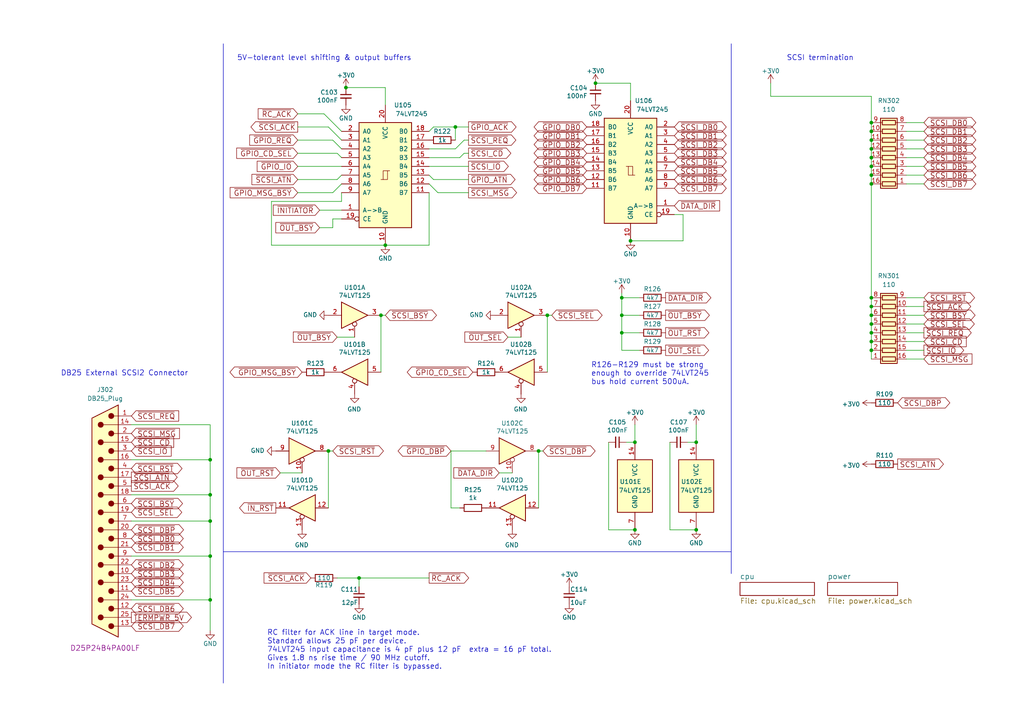
<source format=kicad_sch>
(kicad_sch (version 20230121) (generator eeschema)
  (paper "A4")
  (title_block (title "ZuluSCSI (TM) Pico OSHW") (date "2023-09-19") (rev "2023d") (company "(C) Rabbit Hole Computing ") (comment 1 "ZuluSCSI is a registered trademark of") (comment 2 "Descended from SCSI2SD") (comment 3 "Descended from SCSI2SD, with special thanks to Michael McMaster"))
  (lib_symbols
    (symbol "74xx:74LS245" (pin_names (offset 1.016))
      (property "Reference" "U" (at -7.62 16.51 0))
      (property "Value" "74LS245" (at -7.62 -16.51 0))
      (symbol "74LS245_1_0"
        (pin input line (at -12.7 -10.16 0) (length 5.08) (name "A->B") (number "1"))
        (pin power_in line (at 0 -20.32 90) (length 5.08) (name "GND") (number "10"))
        (pin tri_state line (at 12.7 -5.08 180) (length 5.08) (name "B7") (number "11"))
        (pin tri_state line (at 12.7 -2.54 180) (length 5.08) (name "B6") (number "12"))
        (pin tri_state line (at 12.7 0 180) (length 5.08) (name "B5") (number "13"))
        (pin tri_state line (at 12.7 2.54 180) (length 5.08) (name "B4") (number "14"))
        (pin tri_state line (at 12.7 5.08 180) (length 5.08) (name "B3") (number "15"))
        (pin tri_state line (at 12.7 7.62 180) (length 5.08) (name "B2") (number "16"))
        (pin tri_state line (at 12.7 10.16 180) (length 5.08) (name "B1") (number "17"))
        (pin tri_state line (at 12.7 12.7 180) (length 5.08) (name "B0") (number "18"))
        (pin input inverted (at -12.7 -12.7 0) (length 5.08) (name "CE") (number "19"))
        (pin tri_state line (at -12.7 12.7 0) (length 5.08) (name "A0") (number "2"))
        (pin power_in line (at 0 20.32 270) (length 5.08) (name "VCC") (number "20"))
        (pin tri_state line (at -12.7 10.16 0) (length 5.08) (name "A1") (number "3"))
        (pin tri_state line (at -12.7 7.62 0) (length 5.08) (name "A2") (number "4"))
        (pin tri_state line (at -12.7 5.08 0) (length 5.08) (name "A3") (number "5"))
        (pin tri_state line (at -12.7 2.54 0) (length 5.08) (name "A4") (number "6"))
        (pin tri_state line (at -12.7 0 0) (length 5.08) (name "A5") (number "7"))
        (pin tri_state line (at -12.7 -2.54 0) (length 5.08) (name "A6") (number "8"))
        (pin tri_state line (at -12.7 -5.08 0) (length 5.08) (name "A7") (number "9"))
      )
    )
    (symbol "74xx:74LVC125" (pin_names (offset 1.016))
      (property "Reference" "U" (at 0 1.27 0))
      (property "Value" "74LVC125" (at 0 -1.27 0))
      (symbol "74LVC125_1_0"
        (pin input inverted (at 0 -6.35 90) (length 4.445) (name "~") (number "1"))
        (pin input line (at -7.62 0 0) (length 3.81) (name "~") (number "2"))
        (pin tri_state line (at 7.62 0 180) (length 3.81) (name "~") (number "3"))
      )
      (symbol "74LVC125_2_0"
        (pin input inverted (at 0 -6.35 90) (length 4.445) (name "~") (number "4"))
        (pin input line (at -7.62 0 0) (length 3.81) (name "~") (number "5"))
        (pin tri_state line (at 7.62 0 180) (length 3.81) (name "~") (number "6"))
      )
      (symbol "74LVC125_3_0"
        (pin input inverted (at 0 -6.35 90) (length 4.445) (name "~") (number "10"))
        (pin tri_state line (at 7.62 0 180) (length 3.81) (name "~") (number "8"))
        (pin input line (at -7.62 0 0) (length 3.81) (name "~") (number "9"))
      )
      (symbol "74LVC125_4_0"
        (pin tri_state line (at 7.62 0 180) (length 3.81) (name "~") (number "11"))
        (pin input line (at -7.62 0 0) (length 3.81) (name "~") (number "12"))
        (pin input inverted (at 0 -6.35 90) (length 4.445) (name "~") (number "13"))
      )
      (symbol "74LVC125_5_0"
        (pin power_in line (at 0 12.7 270) (length 5.08) (name "VCC") (number "14"))
        (pin power_in line (at 0 -12.7 90) (length 5.08) (name "GND") (number "7"))
      )
    )
    (symbol "Connector:DB25_Plug" (pin_names (offset 1.016) hide)
      (property "Reference" "J" (at 0 34.29 0))
      (property "Value" "DB25_Plug" (at 0 -34.925 0))
      (symbol "DB25_Plug_1_1"
        (pin passive line (at -7.62 -30.48 0) (length 3.81) (name "1") (number "1"))
        (pin passive line (at -7.62 15.24 0) (length 3.81) (name "10") (number "10"))
        (pin passive line (at -7.62 20.32 0) (length 3.81) (name "11") (number "11"))
        (pin passive line (at -7.62 25.4 0) (length 3.81) (name "12") (number "12"))
        (pin passive line (at -7.62 30.48 0) (length 3.81) (name "13") (number "13"))
        (pin passive line (at -7.62 -27.94 0) (length 3.81) (name "P14") (number "14"))
        (pin passive line (at -7.62 -22.86 0) (length 3.81) (name "P15") (number "15"))
        (pin passive line (at -7.62 -17.78 0) (length 3.81) (name "P16") (number "16"))
        (pin passive line (at -7.62 -12.7 0) (length 3.81) (name "P17") (number "17"))
        (pin passive line (at -7.62 -7.62 0) (length 3.81) (name "P18") (number "18"))
        (pin passive line (at -7.62 -2.54 0) (length 3.81) (name "P19") (number "19"))
        (pin passive line (at -7.62 -25.4 0) (length 3.81) (name "2") (number "2"))
        (pin passive line (at -7.62 2.54 0) (length 3.81) (name "P20") (number "20"))
        (pin passive line (at -7.62 7.62 0) (length 3.81) (name "P21") (number "21"))
        (pin passive line (at -7.62 12.7 0) (length 3.81) (name "P22") (number "22"))
        (pin passive line (at -7.62 17.78 0) (length 3.81) (name "P23") (number "23"))
        (pin passive line (at -7.62 22.86 0) (length 3.81) (name "P24") (number "24"))
        (pin passive line (at -7.62 27.94 0) (length 3.81) (name "P25") (number "25"))
        (pin passive line (at -7.62 -20.32 0) (length 3.81) (name "3") (number "3"))
        (pin passive line (at -7.62 -15.24 0) (length 3.81) (name "4") (number "4"))
        (pin passive line (at -7.62 -10.16 0) (length 3.81) (name "5") (number "5"))
        (pin passive line (at -7.62 -5.08 0) (length 3.81) (name "6") (number "6"))
        (pin passive line (at -7.62 0 0) (length 3.81) (name "7") (number "7"))
        (pin passive line (at -7.62 5.08 0) (length 3.81) (name "8") (number "8"))
        (pin passive line (at -7.62 10.16 0) (length 3.81) (name "9") (number "9"))
      )
    )
    (symbol "Device:R_Pack08" (pin_names (offset 0) hide)
      (property "Reference" "RN" (at -12.7 0 90))
      (property "Value" "R_Pack08" (at 10.16 0 90))
      (symbol "R_Pack08_1_1"
        (pin passive line (at -10.16 -5.08 90) (length 2.54) (name "R1.1") (number "1"))
        (pin passive line (at 5.08 5.08 270) (length 2.54) (name "R7.2") (number "10"))
        (pin passive line (at 2.54 5.08 270) (length 2.54) (name "R6.2") (number "11"))
        (pin passive line (at 0 5.08 270) (length 2.54) (name "R5.2") (number "12"))
        (pin passive line (at -2.54 5.08 270) (length 2.54) (name "R4.2") (number "13"))
        (pin passive line (at -5.08 5.08 270) (length 2.54) (name "R3.2") (number "14"))
        (pin passive line (at -7.62 5.08 270) (length 2.54) (name "R2.2") (number "15"))
        (pin passive line (at -10.16 5.08 270) (length 2.54) (name "R1.2") (number "16"))
        (pin passive line (at -7.62 -5.08 90) (length 2.54) (name "R2.1") (number "2"))
        (pin passive line (at -5.08 -5.08 90) (length 2.54) (name "R3.1") (number "3"))
        (pin passive line (at -2.54 -5.08 90) (length 2.54) (name "R4.1") (number "4"))
        (pin passive line (at 0 -5.08 90) (length 2.54) (name "R5.1") (number "5"))
        (pin passive line (at 2.54 -5.08 90) (length 2.54) (name "R6.1") (number "6"))
        (pin passive line (at 5.08 -5.08 90) (length 2.54) (name "R7.1") (number "7"))
        (pin passive line (at 7.62 -5.08 90) (length 2.54) (name "R8.1") (number "8"))
        (pin passive line (at 7.62 5.08 270) (length 2.54) (name "R8.2") (number "9"))
      )
    )
    (symbol "zuluscsi-rescue:+3V0" (power) (pin_names (offset 0))
      (property "Value" "+3V0" (at 0 3.556 0))
      (symbol "+3V0_1_1"
        (pin power_in line (at 0 0 90) (length 0) hide (name "+3V0") (number "1"))
      )
    )
    (symbol "zuluscsi-rescue:C_Small" (pin_numbers hide) (pin_names (offset 0.254) hide)
      (property "Reference" "C" (at 0.254 1.778 0))
      (property "Value" "C_Small" (at 0.254 -2.032 0))
      (symbol "C_Small_1_1"
        (pin passive line (at 0 2.54 270) (length 2.032) (name "~") (number "1"))
        (pin passive line (at 0 -2.54 90) (length 2.032) (name "~") (number "2"))
      )
    )
    (symbol "zuluscsi-rescue:GND" (power) (pin_names (offset 0))
      (property "Value" "GND" (at 0 -3.81 0))
      (symbol "GND_1_1"
        (pin power_in line (at 0 0 270) (length 0) hide (name "GND") (number "1"))
      )
    )
    (symbol "zuluscsi-rescue:R" (pin_numbers hide) (pin_names (offset 0))
      (property "Reference" "R" (at 2.032 0 90))
      (property "Value" "R" (at 0 0 90))
      (symbol "R_1_1"
        (pin passive line (at 0 3.81 270) (length 1.27) (name "~") (number "1"))
        (pin passive line (at 0 -3.81 90) (length 1.27) (name "~") (number "2"))
      )
    )
  )
  (junction (at 252.73 50.8))
  (junction (at 60.96 161.29))
  (junction (at 252.73 48.26))
  (junction (at 158.75 91.44))
  (junction (at 252.73 38.1))
  (junction (at 252.73 101.6))
  (junction (at 252.73 35.56))
  (junction (at 252.73 99.06))
  (junction (at 60.96 143.51))
  (junction (at 252.73 43.18))
  (junction (at 252.73 40.64))
  (junction (at 172.72 24.13))
  (junction (at 184.15 153.67))
  (junction (at 156.21 130.81))
  (junction (at 252.73 93.98))
  (junction (at 180.34 91.44))
  (junction (at 180.34 96.52))
  (junction (at 60.96 133.35))
  (junction (at 252.73 45.72))
  (junction (at 252.73 96.52))
  (junction (at 201.93 153.67))
  (junction (at 132.08 36.83))
  (junction (at 182.88 69.85))
  (junction (at 184.15 128.27))
  (junction (at 60.96 173.99))
  (junction (at 252.73 86.36))
  (junction (at 201.93 128.27))
  (junction (at 110.49 91.44))
  (junction (at 60.96 151.13))
  (junction (at 252.73 91.44))
  (junction (at 100.33 25.4))
  (junction (at 104.14 167.64))
  (junction (at 111.76 71.12))
  (junction (at 95.25 130.81))
  (junction (at 180.34 86.36))
  (junction (at 252.73 88.9))
  (junction (at 252.73 53.34))
  (wire (pts (xy 262.89 53.34) (xy 267.97 53.34)))
  (wire (pts (xy 110.49 91.44) (xy 110.49 107.95)))
  (wire (pts (xy 201.93 128.27) (xy 199.39 128.27)))
  (wire (pts (xy 194.31 128.27) (xy 194.31 153.67)))
  (wire (pts (xy 134.62 40.64) (xy 132.08 43.18)))
  (wire (pts (xy 252.73 43.18) (xy 252.73 45.72)))
  (wire (pts (xy 252.73 91.44) (xy 252.73 93.98)))
  (wire (pts (xy 262.89 91.44) (xy 267.97 91.44)))
  (wire (pts (xy 124.46 48.26) (xy 135.89 48.26)))
  (wire (pts (xy 252.73 101.6) (xy 252.73 104.14)))
  (wire (pts (xy 223.52 27.94) (xy 252.73 27.94)))
  (wire (pts (xy 60.96 143.51) (xy 60.96 151.13)))
  (wire (pts (xy 252.73 27.94) (xy 252.73 35.56)))
  (wire (pts (xy 252.73 35.56) (xy 252.73 38.1)))
  (wire (pts (xy 38.1 123.19) (xy 60.96 123.19)))
  (wire (pts (xy 78.74 58.42) (xy 78.74 71.12)))
  (wire (pts (xy 86.36 55.88) (xy 96.52 55.88)))
  (wire (pts (xy 60.96 161.29) (xy 60.96 173.99)))
  (wire (pts (xy 92.71 60.96) (xy 99.06 60.96)))
  (wire (pts (xy 262.89 86.36) (xy 267.97 86.36)))
  (wire (pts (xy 252.73 99.06) (xy 252.73 101.6)))
  (wire (pts (xy 132.08 43.18) (xy 124.46 43.18)))
  (wire (pts (xy 176.53 153.67) (xy 184.15 153.67)))
  (wire (pts (xy 60.96 123.19) (xy 60.96 133.35)))
  (wire (pts (xy 60.96 173.99) (xy 60.96 182.88)))
  (wire (pts (xy 252.73 50.8) (xy 252.73 53.34)))
  (wire (pts (xy 252.73 45.72) (xy 252.73 48.26)))
  (wire (pts (xy 262.89 93.98) (xy 267.97 93.98)))
  (wire (pts (xy 223.52 24.13) (xy 223.52 27.94)))
  (wire (pts (xy 38.1 143.51) (xy 60.96 143.51)))
  (wire (pts (xy 182.88 24.13) (xy 182.88 29.21)))
  (wire (pts (xy 262.89 35.56) (xy 267.97 35.56)))
  (wire (pts (xy 104.14 170.18) (xy 104.14 167.64)))
  (wire (pts (xy 180.34 101.6) (xy 180.34 96.52)))
  (wire (pts (xy 252.73 53.34) (xy 252.73 86.36)))
  (wire (pts (xy 99.06 55.88) (xy 99.06 58.42)))
  (wire (pts (xy 262.89 48.26) (xy 267.97 48.26)))
  (wire (pts (xy 262.89 38.1) (xy 267.97 38.1)))
  (wire (pts (xy 97.79 44.45) (xy 99.06 45.72)))
  (wire (pts (xy 95.25 36.83) (xy 99.06 40.64)))
  (wire (pts (xy 252.73 38.1) (xy 252.73 40.64)))
  (wire (pts (xy 198.12 69.85) (xy 182.88 69.85)))
  (wire (pts (xy 262.89 99.06) (xy 267.97 99.06)))
  (wire (pts (xy 262.89 88.9) (xy 267.97 88.9)))
  (wire (pts (xy 262.89 40.64) (xy 267.97 40.64)))
  (wire (pts (xy 252.73 88.9) (xy 252.73 91.44)))
  (wire (pts (xy 132.08 36.83) (xy 125.73 36.83)))
  (wire (pts (xy 99.06 38.1) (xy 93.98 33.02)))
  (wire (pts (xy 95.25 130.81) (xy 95.25 147.32)))
  (wire (pts (xy 144.78 107.95) (xy 143.51 107.95)))
  (wire (pts (xy 198.12 62.23) (xy 198.12 69.85)))
  (polyline (pts (xy 64.77 198.12) (xy 64.77 12.7)))
  (wire (pts (xy 111.76 71.12) (xy 124.46 71.12)))
  (wire (pts (xy 158.75 91.44) (xy 158.75 107.95)))
  (wire (pts (xy 60.96 151.13) (xy 60.96 161.29)))
  (wire (pts (xy 134.62 44.45) (xy 135.89 44.45)))
  (wire (pts (xy 262.89 45.72) (xy 267.97 45.72)))
  (wire (pts (xy 104.14 167.64) (xy 97.79 167.64)))
  (wire (pts (xy 252.73 48.26) (xy 252.73 50.8)))
  (wire (pts (xy 185.42 86.36) (xy 180.34 86.36)))
  (wire (pts (xy 160.02 91.44) (xy 158.75 91.44)))
  (wire (pts (xy 262.89 104.14) (xy 267.97 104.14)))
  (wire (pts (xy 97.79 52.07) (xy 99.06 50.8)))
  (wire (pts (xy 130.81 130.81) (xy 140.97 130.81)))
  (wire (pts (xy 252.73 86.36) (xy 252.73 88.9)))
  (wire (pts (xy 180.34 91.44) (xy 180.34 86.36)))
  (wire (pts (xy 111.76 25.4) (xy 111.76 30.48)))
  (wire (pts (xy 181.61 128.27) (xy 184.15 128.27)))
  (wire (pts (xy 96.52 130.81) (xy 95.25 130.81)))
  (wire (pts (xy 86.36 48.26) (xy 99.06 48.26)))
  (wire (pts (xy 60.96 133.35) (xy 60.96 143.51)))
  (wire (pts (xy 100.33 25.4) (xy 111.76 25.4)))
  (wire (pts (xy 195.58 62.23) (xy 198.12 62.23)))
  (wire (pts (xy 104.14 167.64) (xy 124.46 167.64)))
  (wire (pts (xy 185.42 101.6) (xy 180.34 101.6)))
  (wire (pts (xy 262.89 43.18) (xy 267.97 43.18)))
  (wire (pts (xy 185.42 96.52) (xy 180.34 96.52)))
  (wire (pts (xy 157.48 130.81) (xy 156.21 130.81)))
  (wire (pts (xy 124.46 45.72) (xy 133.35 45.72)))
  (wire (pts (xy 111.76 91.44) (xy 110.49 91.44)))
  (wire (pts (xy 135.89 40.64) (xy 134.62 40.64)))
  (wire (pts (xy 86.36 36.83) (xy 95.25 36.83)))
  (wire (pts (xy 97.79 97.79) (xy 102.87 97.79)))
  (wire (pts (xy 124.46 71.12) (xy 124.46 55.88)))
  (wire (pts (xy 86.36 44.45) (xy 97.79 44.45)))
  (wire (pts (xy 172.72 24.13) (xy 182.88 24.13)))
  (wire (pts (xy 194.31 153.67) (xy 201.93 153.67)))
  (wire (pts (xy 262.89 101.6) (xy 267.97 101.6)))
  (wire (pts (xy 132.08 36.83) (xy 135.89 36.83)))
  (wire (pts (xy 96.52 40.64) (xy 86.36 40.64)))
  (wire (pts (xy 130.81 147.32) (xy 130.81 130.81)))
  (polyline (pts (xy 212.09 12.7) (xy 212.09 166.37)))
  (wire (pts (xy 252.73 40.64) (xy 252.73 43.18)))
  (wire (pts (xy 176.53 128.27) (xy 176.53 153.67)))
  (wire (pts (xy 156.21 130.81) (xy 156.21 147.32)))
  (wire (pts (xy 133.35 45.72) (xy 134.62 44.45)))
  (wire (pts (xy 125.73 52.07) (xy 135.89 52.07)))
  (polyline (pts (xy 64.77 160.02) (xy 212.09 160.02)))
  (wire (pts (xy 184.15 128.27) (xy 184.15 123.19)))
  (wire (pts (xy 96.52 63.5) (xy 99.06 63.5)))
  (wire (pts (xy 38.1 161.29) (xy 60.96 161.29)))
  (wire (pts (xy 127 55.88) (xy 135.89 55.88)))
  (wire (pts (xy 180.34 86.36) (xy 180.34 85.09)))
  (wire (pts (xy 252.73 96.52) (xy 252.73 99.06)))
  (wire (pts (xy 96.52 55.88) (xy 99.06 53.34)))
  (wire (pts (xy 185.42 91.44) (xy 180.34 91.44)))
  (wire (pts (xy 201.93 123.19) (xy 201.93 128.27)))
  (wire (pts (xy 132.08 40.64) (xy 132.08 36.83)))
  (wire (pts (xy 38.1 173.99) (xy 60.96 173.99)))
  (wire (pts (xy 125.73 36.83) (xy 124.46 38.1)))
  (wire (pts (xy 180.34 96.52) (xy 180.34 91.44)))
  (wire (pts (xy 93.98 33.02) (xy 86.36 33.02)))
  (wire (pts (xy 130.81 147.32) (xy 133.35 147.32)))
  (wire (pts (xy 92.71 66.04) (xy 96.52 66.04)))
  (wire (pts (xy 78.74 71.12) (xy 111.76 71.12)))
  (wire (pts (xy 99.06 58.42) (xy 78.74 58.42)))
  (wire (pts (xy 262.89 96.52) (xy 267.97 96.52)))
  (wire (pts (xy 144.78 137.16) (xy 148.59 137.16)))
  (wire (pts (xy 96.52 66.04) (xy 96.52 63.5)))
  (wire (pts (xy 99.06 43.18) (xy 96.52 40.64)))
  (wire (pts (xy 147.32 97.79) (xy 151.13 97.79)))
  (wire (pts (xy 38.1 133.35) (xy 60.96 133.35)))
  (wire (pts (xy 81.28 137.16) (xy 87.63 137.16)))
  (wire (pts (xy 86.36 52.07) (xy 97.79 52.07)))
  (wire (pts (xy 262.89 50.8) (xy 267.97 50.8)))
  (wire (pts (xy 38.1 151.13) (xy 60.96 151.13)))
  (wire (pts (xy 125.73 52.07) (xy 124.46 50.8)))
  (wire (pts (xy 127 55.88) (xy 124.46 53.34)))
  (wire (pts (xy 252.73 93.98) (xy 252.73 96.52)))
  (text "SCSI termination" (at 247.65 17.78 0) (effects (font (size 1.524 1.524)) (justify right bottom)))
  (text "R126-R129 must be strong\nenough to override 74LVT245\nbus hold current 500uA." (at 171.45 111.76 0) (effects (font (size 1.524 1.524)) (justify left bottom)))
  (text "5V-tolerant level shifting & output buffers" (at 119.38 17.78 0) (effects (font (size 1.524 1.524)) (justify right bottom)))
  (text "DB25 External SCSI2 Connector" (at 54.61 109.22 0) (effects (font (size 1.524 1.524)) (justify right bottom)))
  (text "RC filter for ACK line in target mode.\nStandard allows 25 pF per device.\n74LVT245 input capacitance is 4 pF plus 12 pF  extra = 16 pF total.\nGives 1.8 ns rise time / 90 MHz cutoff.\nIn initiator mode the RC filter is bypassed." (at 77.47 194.31 0) (effects (font (size 1.524 1.524)) (justify left bottom)))
  (global_label "~{OUT_BSY}" (shape input) (at 97.79 97.79 180) (effects (font (size 1.524 1.524))) (property "Intersheetrefs" "${INTERSHEET_REFS}" (effects hide)))
  (global_label "~{SCSI_CD}" (shape input) (at 267.97 99.06 0) (effects (font (size 1.524 1.524))) (property "Intersheetrefs" "${INTERSHEET_REFS}" (effects hide)))
  (global_label "~{OUT_SEL}" (shape output) (at 193.04 101.6 0) (effects (font (size 1.524 1.524))) (property "Intersheetrefs" "${INTERSHEET_REFS}" (effects hide)))
  (global_label "TERMPWR_5V" (shape output) (at 38.1 179.07 0) (effects (font (size 1.524 1.524))) (property "Intersheetrefs" "${INTERSHEET_REFS}" (effects hide)))
  (global_label "~{SCSI_DB5}" (shape bidirectional) (at 267.97 48.26 0) (effects (font (size 1.524 1.524))) (property "Intersheetrefs" "${INTERSHEET_REFS}" (effects hide)))
  (global_label "~{SCSI_DB7}" (shape bidirectional) (at 38.1 181.61 0) (effects (font (size 1.524 1.524))) (property "Intersheetrefs" "${INTERSHEET_REFS}" (effects hide)))
  (global_label "~{SCSI_DB1}" (shape bidirectional) (at 195.58 39.37 0) (effects (font (size 1.524 1.524))) (property "Intersheetrefs" "${INTERSHEET_REFS}" (effects hide)))
  (global_label "~{SCSI_RST}" (shape bidirectional) (at 267.97 86.36 0) (effects (font (size 1.524 1.524))) (property "Intersheetrefs" "${INTERSHEET_REFS}" (effects hide)))
  (global_label "~{SCSI_DBP}" (shape bidirectional) (at 260.35 116.84 0) (effects (font (size 1.524 1.524))) (property "Intersheetrefs" "${INTERSHEET_REFS}" (effects hide)))
  (global_label "~{SCSI_IO}" (shape output) (at 135.89 48.26 0) (effects (font (size 1.524 1.524))) (property "Intersheetrefs" "${INTERSHEET_REFS}" (effects hide)))
  (global_label "~{SCSI_CD}" (shape input) (at 38.1 128.27 0) (effects (font (size 1.524 1.524))) (property "Intersheetrefs" "${INTERSHEET_REFS}" (effects hide)))
  (global_label "~{SCSI_ATN}" (shape output) (at 260.35 134.62 0) (effects (font (size 1.524 1.524))) (property "Intersheetrefs" "${INTERSHEET_REFS}" (effects hide)))
  (global_label "~{SCSI_MSG}" (shape input) (at 38.1 125.73 0) (effects (font (size 1.524 1.524))) (property "Intersheetrefs" "${INTERSHEET_REFS}" (effects hide)))
  (global_label "~{GPIO_DB4}" (shape bidirectional) (at 170.18 46.99 180) (effects (font (size 1.524 1.524))) (property "Intersheetrefs" "${INTERSHEET_REFS}" (effects hide)))
  (global_label "~{DATA_DIR}" (shape input) (at 144.78 137.16 180) (effects (font (size 1.524 1.524))) (property "Intersheetrefs" "${INTERSHEET_REFS}" (effects hide)))
  (global_label "~{SCSI_REQ}" (shape output) (at 135.89 40.64 0) (effects (font (size 1.524 1.524))) (property "Intersheetrefs" "${INTERSHEET_REFS}" (effects hide)))
  (global_label "~{DATA_DIR}" (shape output) (at 193.04 86.36 0) (effects (font (size 1.524 1.524))) (property "Intersheetrefs" "${INTERSHEET_REFS}" (effects hide)))
  (global_label "~{GPIO_ACK}" (shape output) (at 135.89 36.83 0) (effects (font (size 1.524 1.524))) (property "Intersheetrefs" "${INTERSHEET_REFS}" (effects hide)))
  (global_label "~{INITIATOR}" (shape input) (at 92.71 60.96 180) (effects (font (size 1.524 1.524))) (property "Intersheetrefs" "${INTERSHEET_REFS}" (effects hide)))
  (global_label "~{SCSI_DB0}" (shape bidirectional) (at 195.58 36.83 0) (effects (font (size 1.524 1.524))) (property "Intersheetrefs" "${INTERSHEET_REFS}" (effects hide)))
  (global_label "~{SCSI_DBP}" (shape bidirectional) (at 157.48 130.81 0) (effects (font (size 1.524 1.524))) (property "Intersheetrefs" "${INTERSHEET_REFS}" (effects hide)))
  (global_label "~{SCSI_DB6}" (shape bidirectional) (at 195.58 52.07 0) (effects (font (size 1.524 1.524))) (property "Intersheetrefs" "${INTERSHEET_REFS}" (effects hide)))
  (global_label "~{OUT_BSY}" (shape output) (at 193.04 91.44 0) (effects (font (size 1.524 1.524))) (property "Intersheetrefs" "${INTERSHEET_REFS}" (effects hide)))
  (global_label "~{OUT_SEL}" (shape input) (at 147.32 97.79 180) (effects (font (size 1.524 1.524))) (property "Intersheetrefs" "${INTERSHEET_REFS}" (effects hide)))
  (global_label "~{SCSI_DB3}" (shape bidirectional) (at 267.97 43.18 0) (effects (font (size 1.524 1.524))) (property "Intersheetrefs" "${INTERSHEET_REFS}" (effects hide)))
  (global_label "~{GPIO_DB7}" (shape bidirectional) (at 170.18 54.61 180) (effects (font (size 1.524 1.524))) (property "Intersheetrefs" "${INTERSHEET_REFS}" (effects hide)))
  (global_label "~{SCSI_DB6}" (shape bidirectional) (at 38.1 176.53 0) (effects (font (size 1.524 1.524))) (property "Intersheetrefs" "${INTERSHEET_REFS}" (effects hide)))
  (global_label "~{SCSI_RST}" (shape bidirectional) (at 96.52 130.81 0) (effects (font (size 1.524 1.524))) (property "Intersheetrefs" "${INTERSHEET_REFS}" (effects hide)))
  (global_label "~{GPIO_IO}" (shape input) (at 86.36 48.26 180) (effects (font (size 1.524 1.524))) (property "Intersheetrefs" "${INTERSHEET_REFS}" (effects hide)))
  (global_label "~{SCSI_BSY}" (shape bidirectional) (at 38.1 146.05 0) (effects (font (size 1.524 1.524))) (property "Intersheetrefs" "${INTERSHEET_REFS}" (effects hide)))
  (global_label "~{GPIO_DB5}" (shape bidirectional) (at 170.18 49.53 180) (effects (font (size 1.524 1.524))) (property "Intersheetrefs" "${INTERSHEET_REFS}" (effects hide)))
  (global_label "~{DATA_DIR}" (shape input) (at 195.58 59.69 0) (effects (font (size 1.524 1.524))) (property "Intersheetrefs" "${INTERSHEET_REFS}" (effects hide)))
  (global_label "~{SCSI_REQ}" (shape input) (at 38.1 120.65 0) (effects (font (size 1.524 1.524))) (property "Intersheetrefs" "${INTERSHEET_REFS}" (effects hide)))
  (global_label "~{SCSI_REQ}" (shape output) (at 267.97 96.52 0) (effects (font (size 1.524 1.524))) (property "Intersheetrefs" "${INTERSHEET_REFS}" (effects hide)))
  (global_label "~{SCSI_DB0}" (shape bidirectional) (at 38.1 156.21 0) (effects (font (size 1.524 1.524))) (property "Intersheetrefs" "${INTERSHEET_REFS}" (effects hide)))
  (global_label "~{SCSI_ATN}" (shape output) (at 38.1 138.43 0) (effects (font (size 1.524 1.524))) (property "Intersheetrefs" "${INTERSHEET_REFS}" (effects hide)))
  (global_label "~{SCSI_ACK}" (shape output) (at 86.36 36.83 180) (effects (font (size 1.524 1.524))) (property "Intersheetrefs" "${INTERSHEET_REFS}" (effects hide)))
  (global_label "~{SCSI_DB2}" (shape bidirectional) (at 38.1 163.83 0) (effects (font (size 1.524 1.524))) (property "Intersheetrefs" "${INTERSHEET_REFS}" (effects hide)))
  (global_label "~{GPIO_DB2}" (shape bidirectional) (at 170.18 41.91 180) (effects (font (size 1.524 1.524))) (property "Intersheetrefs" "${INTERSHEET_REFS}" (effects hide)))
  (global_label "~{SCSI_DB2}" (shape bidirectional) (at 195.58 41.91 0) (effects (font (size 1.524 1.524))) (property "Intersheetrefs" "${INTERSHEET_REFS}" (effects hide)))
  (global_label "~{SCSI_DB5}" (shape bidirectional) (at 195.58 49.53 0) (effects (font (size 1.524 1.524))) (property "Intersheetrefs" "${INTERSHEET_REFS}" (effects hide)))
  (global_label "~{SCSI_DB0}" (shape bidirectional) (at 267.97 35.56 0) (effects (font (size 1.524 1.524))) (property "Intersheetrefs" "${INTERSHEET_REFS}" (effects hide)))
  (global_label "~{RC_ACK}" (shape input) (at 86.36 33.02 180) (effects (font (size 1.524 1.524))) (property "Intersheetrefs" "${INTERSHEET_REFS}" (effects hide)))
  (global_label "~{RC_ACK}" (shape output) (at 124.46 167.64 0) (effects (font (size 1.524 1.524))) (property "Intersheetrefs" "${INTERSHEET_REFS}" (effects hide)))
  (global_label "~{SCSI_CD}" (shape output) (at 135.89 44.45 0) (effects (font (size 1.524 1.524))) (property "Intersheetrefs" "${INTERSHEET_REFS}" (effects hide)))
  (global_label "~{SCSI_BSY}" (shape bidirectional) (at 111.76 91.44 0) (effects (font (size 1.524 1.524))) (property "Intersheetrefs" "${INTERSHEET_REFS}" (effects hide)))
  (global_label "~{SCSI_DB7}" (shape bidirectional) (at 195.58 54.61 0) (effects (font (size 1.524 1.524))) (property "Intersheetrefs" "${INTERSHEET_REFS}" (effects hide)))
  (global_label "~{SCSI_SEL}" (shape bidirectional) (at 38.1 148.59 0) (effects (font (size 1.524 1.524))) (property "Intersheetrefs" "${INTERSHEET_REFS}" (effects hide)))
  (global_label "~{IN_RST}" (shape output) (at 80.01 147.32 180) (effects (font (size 1.524 1.524))) (property "Intersheetrefs" "${INTERSHEET_REFS}" (effects hide)))
  (global_label "~{SCSI_DB4}" (shape bidirectional) (at 38.1 168.91 0) (effects (font (size 1.524 1.524))) (property "Intersheetrefs" "${INTERSHEET_REFS}" (effects hide)))
  (global_label "~{SCSI_DBP}" (shape bidirectional) (at 38.1 153.67 0) (effects (font (size 1.524 1.524))) (property "Intersheetrefs" "${INTERSHEET_REFS}" (effects hide)))
  (global_label "~{GPIO_MSG_BSY}" (shape input) (at 86.36 55.88 180) (effects (font (size 1.524 1.524))) (property "Intersheetrefs" "${INTERSHEET_REFS}" (effects hide)))
  (global_label "~{GPIO_DBP}" (shape bidirectional) (at 130.81 130.81 180) (effects (font (size 1.524 1.524))) (property "Intersheetrefs" "${INTERSHEET_REFS}" (effects hide)))
  (global_label "~{GPIO_DB0}" (shape bidirectional) (at 170.18 36.83 180) (effects (font (size 1.524 1.524))) (property "Intersheetrefs" "${INTERSHEET_REFS}" (effects hide)))
  (global_label "~{GPIO_ATN}" (shape output) (at 135.89 52.07 0) (effects (font (size 1.524 1.524))) (property "Intersheetrefs" "${INTERSHEET_REFS}" (effects hide)))
  (global_label "~{SCSI_ATN}" (shape input) (at 86.36 52.07 180) (effects (font (size 1.524 1.524))) (property "Intersheetrefs" "${INTERSHEET_REFS}" (effects hide)))
  (global_label "~{SCSI_DB1}" (shape bidirectional) (at 38.1 158.75 0) (effects (font (size 1.524 1.524))) (property "Intersheetrefs" "${INTERSHEET_REFS}" (effects hide)))
  (global_label "~{GPIO_MSG_BSY}" (shape bidirectional) (at 87.63 107.95 180) (effects (font (size 1.524 1.524))) (property "Intersheetrefs" "${INTERSHEET_REFS}" (effects hide)))
  (global_label "~{SCSI_ACK}" (shape output) (at 38.1 140.97 0) (effects (font (size 1.524 1.524))) (property "Intersheetrefs" "${INTERSHEET_REFS}" (effects hide)))
  (global_label "~{OUT_BSY}" (shape input) (at 92.71 66.04 180) (effects (font (size 1.524 1.524))) (property "Intersheetrefs" "${INTERSHEET_REFS}" (effects hide)))
  (global_label "~{SCSI_ACK}" (shape output) (at 267.97 88.9 0) (effects (font (size 1.524 1.524))) (property "Intersheetrefs" "${INTERSHEET_REFS}" (effects hide)))
  (global_label "~{GPIO_DB3}" (shape bidirectional) (at 170.18 44.45 180) (effects (font (size 1.524 1.524))) (property "Intersheetrefs" "${INTERSHEET_REFS}" (effects hide)))
  (global_label "~{SCSI_DB7}" (shape bidirectional) (at 267.97 53.34 0) (effects (font (size 1.524 1.524))) (property "Intersheetrefs" "${INTERSHEET_REFS}" (effects hide)))
  (global_label "~{SCSI_DB4}" (shape bidirectional) (at 267.97 45.72 0) (effects (font (size 1.524 1.524))) (property "Intersheetrefs" "${INTERSHEET_REFS}" (effects hide)))
  (global_label "~{SCSI_DB5}" (shape bidirectional) (at 38.1 171.45 0) (effects (font (size 1.524 1.524))) (property "Intersheetrefs" "${INTERSHEET_REFS}" (effects hide)))
  (global_label "~{SCSI_DB4}" (shape bidirectional) (at 195.58 46.99 0) (effects (font (size 1.524 1.524))) (property "Intersheetrefs" "${INTERSHEET_REFS}" (effects hide)))
  (global_label "~{SCSI_MSG}" (shape input) (at 267.97 104.14 0) (effects (font (size 1.524 1.524))) (property "Intersheetrefs" "${INTERSHEET_REFS}" (effects hide)))
  (global_label "~{GPIO_CD_SEL}" (shape bidirectional) (at 137.16 107.95 180) (effects (font (size 1.524 1.524))) (property "Intersheetrefs" "${INTERSHEET_REFS}" (effects hide)))
  (global_label "~{SCSI_DB6}" (shape bidirectional) (at 267.97 50.8 0) (effects (font (size 1.524 1.524))) (property "Intersheetrefs" "${INTERSHEET_REFS}" (effects hide)))
  (global_label "~{SCSI_RST}" (shape bidirectional) (at 38.1 135.89 0) (effects (font (size 1.524 1.524))) (property "Intersheetrefs" "${INTERSHEET_REFS}" (effects hide)))
  (global_label "~{SCSI_DB3}" (shape bidirectional) (at 38.1 166.37 0) (effects (font (size 1.524 1.524))) (property "Intersheetrefs" "${INTERSHEET_REFS}" (effects hide)))
  (global_label "~{GPIO_REQ}" (shape input) (at 86.36 40.64 180) (effects (font (size 1.524 1.524))) (property "Intersheetrefs" "${INTERSHEET_REFS}" (effects hide)))
  (global_label "~{SCSI_DB3}" (shape bidirectional) (at 195.58 44.45 0) (effects (font (size 1.524 1.524))) (property "Intersheetrefs" "${INTERSHEET_REFS}" (effects hide)))
  (global_label "~{OUT_RST}" (shape input) (at 81.28 137.16 180) (effects (font (size 1.524 1.524))) (property "Intersheetrefs" "${INTERSHEET_REFS}" (effects hide)))
  (global_label "~{SCSI_IO}" (shape input) (at 38.1 130.81 0) (effects (font (size 1.524 1.524))) (property "Intersheetrefs" "${INTERSHEET_REFS}" (effects hide)))
  (global_label "~{SCSI_SEL}" (shape bidirectional) (at 267.97 93.98 0) (effects (font (size 1.524 1.524))) (property "Intersheetrefs" "${INTERSHEET_REFS}" (effects hide)))
  (global_label "~{OUT_RST}" (shape output) (at 193.04 96.52 0) (effects (font (size 1.524 1.524))) (property "Intersheetrefs" "${INTERSHEET_REFS}" (effects hide)))
  (global_label "~{SCSI_SEL}" (shape bidirectional) (at 160.02 91.44 0) (effects (font (size 1.524 1.524))) (property "Intersheetrefs" "${INTERSHEET_REFS}" (effects hide)))
  (global_label "~{SCSI_DB2}" (shape bidirectional) (at 267.97 40.64 0) (effects (font (size 1.524 1.524))) (property "Intersheetrefs" "${INTERSHEET_REFS}" (effects hide)))
  (global_label "~{SCSI_BSY}" (shape bidirectional) (at 267.97 91.44 0) (effects (font (size 1.524 1.524))) (property "Intersheetrefs" "${INTERSHEET_REFS}" (effects hide)))
  (global_label "~{SCSI_ACK}" (shape input) (at 90.17 167.64 180) (effects (font (size 1.524 1.524))) (property "Intersheetrefs" "${INTERSHEET_REFS}" (effects hide)))
  (global_label "~{SCSI_IO}" (shape output) (at 267.97 101.6 0) (effects (font (size 1.524 1.524))) (property "Intersheetrefs" "${INTERSHEET_REFS}" (effects hide)))
  (global_label "~{GPIO_CD_SEL}" (shape input) (at 86.36 44.45 180) (effects (font (size 1.524 1.524))) (property "Intersheetrefs" "${INTERSHEET_REFS}" (effects hide)))
  (global_label "~{GPIO_DB6}" (shape bidirectional) (at 170.18 52.07 180) (effects (font (size 1.524 1.524))) (property "Intersheetrefs" "${INTERSHEET_REFS}" (effects hide)))
  (global_label "~{GPIO_DB1}" (shape bidirectional) (at 170.18 39.37 180) (effects (font (size 1.524 1.524))) (property "Intersheetrefs" "${INTERSHEET_REFS}" (effects hide)))
  (global_label "~{SCSI_DB1}" (shape bidirectional) (at 267.97 38.1 0) (effects (font (size 1.524 1.524))) (property "Intersheetrefs" "${INTERSHEET_REFS}" (effects hide)))
  (global_label "~{SCSI_MSG}" (shape output) (at 135.89 55.88 0) (effects (font (size 1.524 1.524))) (property "Intersheetrefs" "${INTERSHEET_REFS}" (effects hide)))
  (symbol (lib_id "zuluscsi-rescue:C_Small") (at 165.1 172.72 0) (unit 1)
    (property "Reference" "C114" (at 165.354 170.942 0) (effects (justify left)))
    (property "Value" "10uF" (at 165.354 174.752 0) (effects (justify left)))
    (property "Footprint" "Capacitor_SMD:C_0805_2012Metric" (effects hide))
    (property "LCSC" "C15850" (effects hide))
    (property "Manufacturer" "Samsung" (effects hide))
    (property "PartNumber" "CL21A106KPFNNNG" (effects hide))
    (property "digikey" "1276-6456-1-ND " (effects hide))
  )
  (symbol (lib_id "zuluscsi-rescue:GND") (at 165.1 175.26 0) (unit 1)
    (property "Reference" "#PWR059" (effects hide))
    (property "Value" "GND" (at 165.1 179.07 0))
  )
  (symbol (lib_id "zuluscsi-rescue:+3V0") (at 165.1 170.18 0) (unit 1)
    (property "Reference" "#PWR07" (effects hide))
    (property "Value" "+3V0" (at 165.1 166.624 0))
  )
  (symbol (lib_id "zuluscsi-rescue:C_Small") (at 172.72 26.67 0) (unit 1)
    (property "Reference" "C104" (at 170.4086 25.5016 0) (effects (justify right)))
    (property "Value" "100nF" (at 170.4086 27.813 0) (effects (justify right)))
    (property "Footprint" "Capacitor_SMD:C_0603_1608Metric" (effects hide))
    (property "LCSC" "C14663" (effects hide))
    (property "Manufacturer" "Samsung" (effects hide))
    (property "PartNumber" "CL10B104KB8NNWC" (effects hide))
    (property "digikey" "1276-1935-1-ND" (effects hide))
  )
  (symbol (lib_id "zuluscsi-rescue:C_Small") (at 179.07 128.27 270) (unit 1)
    (property "Reference" "C105" (at 179.07 122.4534 90))
    (property "Value" "100nF" (at 179.07 124.7648 90))
    (property "Footprint" "Capacitor_SMD:C_0603_1608Metric" (effects hide))
    (property "LCSC" "C14663" (effects hide))
    (property "Manufacturer" "Samsung" (effects hide))
    (property "PartNumber" "CL10B104KB8NNWC" (effects hide))
    (property "digikey" "1276-1935-1-ND" (effects hide))
  )
  (symbol (lib_id "zuluscsi-rescue:R") (at 256.54 116.84 270) (unit 1)
    (property "Reference" "R109" (at 256.54 114.3 90))
    (property "Value" "110" (at 256.54 116.84 90))
    (property "Footprint" "Resistor_SMD:R_0603_1608Metric" (effects hide))
    (property "LCSC" "C22781" (effects hide))
    (property "Manufacturer" "Yageo" (effects hide))
    (property "PartNumber" "RC0603FR-07110RL" (effects hide))
    (property "digikey" "311-110HRTR-ND" (effects hide))
  )
  (symbol (lib_id "zuluscsi-rescue:R") (at 256.54 134.62 270) (unit 1)
    (property "Reference" "R110" (at 256.54 132.08 90))
    (property "Value" "110" (at 256.54 134.62 90))
    (property "Footprint" "Resistor_SMD:R_0603_1608Metric" (effects hide))
    (property "LCSC" "C22781" (effects hide))
    (property "Manufacturer" "Yageo" (effects hide))
    (property "PartNumber" "RC0603FR-07110RL" (effects hide))
    (property "digikey" "311-110HRTR-ND" (effects hide))
  )
  (symbol (lib_id "zuluscsi-rescue:C_Small") (at 196.85 128.27 90) (unit 1)
    (property "Reference" "C107" (at 196.85 122.4534 90))
    (property "Value" "100nF" (at 196.85 124.7648 90))
    (property "Footprint" "Capacitor_SMD:C_0603_1608Metric" (effects hide))
    (property "LCSC" "C14663" (effects hide))
    (property "Manufacturer" "Samsung" (effects hide))
    (property "PartNumber" "CL10B104KB8NNWC" (effects hide))
    (property "digikey" "1276-1935-1-ND" (effects hide))
  )
  (symbol (lib_id "zuluscsi-rescue:C_Small") (at 100.33 27.94 0) (unit 1)
    (property "Reference" "C103" (at 98.0186 26.7716 0) (effects (justify right)))
    (property "Value" "100nF" (at 98.0186 29.083 0) (effects (justify right)))
    (property "Footprint" "Capacitor_SMD:C_0603_1608Metric" (effects hide))
    (property "LCSC" "C14663" (effects hide))
    (property "Manufacturer" "Samsung" (effects hide))
    (property "PartNumber" "CL10B104KB8NNWC" (effects hide))
    (property "digikey" "1276-1935-1-ND" (effects hide))
  )
  (symbol (lib_id "zuluscsi-rescue:GND") (at 60.96 182.88 0) (unit 1)
    (property "Reference" "#PWR058" (effects hide))
    (property "Value" "GND" (at 60.96 186.69 0))
  )
  (symbol (lib_id "zuluscsi-rescue:R") (at 93.98 167.64 90) (mirror x) (unit 1)
    (property "Reference" "R119" (at 93.98 169.672 90))
    (property "Value" "110" (at 93.98 167.64 90))
    (property "Footprint" "Resistor_SMD:R_0603_1608Metric" (effects hide))
    (property "LCSC" "C22781" (effects hide))
    (property "Manufacturer" "Yageo" (effects hide))
    (property "PartNumber" "RC0603FR-07110RL" (effects hide))
    (property "digikey" "311-110HRTR-ND" (effects hide))
  )
  (symbol (lib_id "zuluscsi-rescue:C_Small") (at 104.14 172.72 0) (mirror y) (unit 1)
    (property "Reference" "C111" (at 103.886 170.942 0) (effects (justify left)))
    (property "Value" "12pF" (at 103.886 174.752 0) (effects (justify left)))
    (property "Footprint" "Capacitor_SMD:C_0603_1608Metric" (effects hide))
    (property "LCSC" "C38523" (effects hide))
    (property "Manufacturer" "KEMET" (effects hide))
    (property "PartNumber" "C0603C120J5GAC7867" (effects hide))
    (property "digikey" "399-C0603C120J5GAC7867TR-ND" (effects hide))
  )
  (symbol (lib_id "zuluscsi-rescue:GND") (at 104.14 175.26 0) (mirror y) (unit 1)
    (property "Reference" "#PWR060" (effects hide))
    (property "Value" "GND" (at 104.14 179.07 0))
  )
  (symbol (lib_id "74xx:74LS245") (at 182.88 49.53 0) (mirror y) (unit 1)
    (property "Reference" "U106" (at 186.69 29.21 0))
    (property "Value" "74LVT245" (at 189.23 31.75 0))
    (property "Footprint" "ZuluSCSI:SSOP_TSSOP-20_5.3x7.2mm_P0.65mm" (effects hide))
    (property "Datasheet" "http://www.ti.com/lit/gpn/sn74LS245" (effects hide))
    (property "LCSC" "C7057" (effects hide))
    (property "Manufacturer" "Diodes Inc" (effects hide))
    (property "PartNumber" "74LVT245BBT20-13" (effects hide))
    (property "digikey" "74LVT245BBT20-13DICT-ND" (effects hide))
    (property "JLCPCBCORRECT" "0;0;-90" (effects hide))
  )
  (symbol (lib_id "74xx:74LVC125") (at 102.87 91.44 0) (unit 1)
    (property "Reference" "U101" (at 102.87 83.3882 0))
    (property "Value" "74LVT125" (at 102.87 85.6996 0))
    (property "Footprint" "ZuluSCSI:SSOP_TSSOP-14_4.4x5mm_Pitch0.65mm_PCBWay-MaskClearance0.22mm" (effects hide))
    (property "Datasheet" "http://www.ti.com/lit/gpn/sn74LVC125" (effects hide))
    (property "LCSC" "C7042" (effects hide))
    (property "Manufacturer" "Onsemi" (effects hide))
    (property "PartNumber" "74LVTH125MTC" (effects hide))
    (property "digikey" "74LVTH125MTC-ND" (effects hide))
    (property "JLCPCBCORRECT" "0;0;-90" (effects hide))
  )
  (symbol (lib_id "74xx:74LVC125") (at 102.87 107.95 0) (mirror y) (unit 2)
    (property "Reference" "U101" (at 102.87 99.8982 0))
    (property "Value" "74LVT125" (at 102.87 102.2096 0))
    (property "Footprint" "ZuluSCSI:SSOP_TSSOP-14_4.4x5mm_Pitch0.65mm_PCBWay-MaskClearance0.22mm" (effects hide))
    (property "Datasheet" "http://www.ti.com/lit/gpn/sn74LVC125" (effects hide))
    (property "LCSC" "C7042" (effects hide))
    (property "Manufacturer" "Onsemi" (effects hide))
    (property "PartNumber" "74LVTH125MTC" (effects hide))
    (property "digikey" "74LVTH125MTC-ND" (effects hide))
    (property "JLCPCBCORRECT" "0;0;-90" (effects hide))
  )
  (symbol (lib_id "zuluscsi-rescue:GND") (at 102.87 114.3 0) (mirror y) (unit 1)
    (property "Reference" "#PWR0110" (effects hide))
    (property "Value" "GND" (at 102.743 118.6942 0))
  )
  (symbol (lib_id "zuluscsi-rescue:GND") (at 95.25 91.44 270) (mirror x) (unit 1)
    (property "Reference" "#PWR0101" (effects hide))
    (property "Value" "GND" (at 91.9988 91.313 90) (effects (justify right)))
  )
  (symbol (lib_id "zuluscsi-rescue:+3V0") (at 252.73 116.84 90) (mirror x) (unit 1)
    (property "Reference" "#PWR0132" (effects hide))
    (property "Value" "+3V0" (at 249.4788 117.221 90) (effects (justify left)))
  )
  (symbol (lib_id "74xx:74LVC125") (at 87.63 130.81 0) (unit 3)
    (property "Reference" "U101" (at 87.63 122.7582 0))
    (property "Value" "74LVT125" (at 87.63 125.0696 0))
    (property "Footprint" "ZuluSCSI:SSOP_TSSOP-14_4.4x5mm_Pitch0.65mm_PCBWay-MaskClearance0.22mm" (effects hide))
    (property "Datasheet" "http://www.ti.com/lit/gpn/sn74LVC125" (effects hide))
    (property "LCSC" "C7042" (effects hide))
    (property "Manufacturer" "Onsemi" (effects hide))
    (property "PartNumber" "74LVTH125MTC" (effects hide))
    (property "digikey" "74LVTH125MTC-ND" (effects hide))
    (property "JLCPCBCORRECT" "0;0;-90" (effects hide))
  )
  (symbol (lib_id "74xx:74LVC125") (at 87.63 147.32 0) (mirror y) (unit 4)
    (property "Reference" "U101" (at 87.63 139.2682 0))
    (property "Value" "74LVT125" (at 87.63 141.5796 0))
    (property "Footprint" "ZuluSCSI:SSOP_TSSOP-14_4.4x5mm_Pitch0.65mm_PCBWay-MaskClearance0.22mm" (effects hide))
    (property "Datasheet" "http://www.ti.com/lit/gpn/sn74LVC125" (effects hide))
    (property "LCSC" "C7042" (effects hide))
    (property "Manufacturer" "Onsemi" (effects hide))
    (property "PartNumber" "74LVTH125MTC" (effects hide))
    (property "digikey" "74LVTH125MTC-ND" (effects hide))
    (property "JLCPCBCORRECT" "0;0;-90" (effects hide))
  )
  (symbol (lib_id "zuluscsi-rescue:GND") (at 87.63 153.67 0) (mirror y) (unit 1)
    (property "Reference" "#PWR0111" (effects hide))
    (property "Value" "GND" (at 87.503 158.0642 0))
  )
  (symbol (lib_id "zuluscsi-rescue:GND") (at 80.01 130.81 270) (mirror x) (unit 1)
    (property "Reference" "#PWR0104" (effects hide))
    (property "Value" "GND" (at 76.7588 130.683 90) (effects (justify right)))
  )
  (symbol (lib_id "74xx:74LS245") (at 111.76 50.8 0) (unit 1)
    (property "Reference" "U105" (at 116.84 30.48 0))
    (property "Value" "74LVT245" (at 119.38 33.02 0))
    (property "Footprint" "ZuluSCSI:SSOP_TSSOP-20_5.3x7.2mm_P0.65mm" (effects hide))
    (property "Datasheet" "http://www.ti.com/lit/gpn/sn74LS245" (effects hide))
    (property "LCSC" "C7057" (effects hide))
    (property "Manufacturer" "Diodes Inc" (effects hide))
    (property "PartNumber" "74LVT245BBT20-13" (effects hide))
    (property "digikey" "74LVT245BBT20-13DICT-ND" (effects hide))
    (property "JLCPCBCORRECT" "0;0;-90" (effects hide))
  )
  (symbol (lib_id "zuluscsi-rescue:+3V0") (at 252.73 134.62 90) (mirror x) (unit 1)
    (property "Reference" "#PWR0133" (effects hide))
    (property "Value" "+3V0" (at 249.4788 135.001 90) (effects (justify left)))
  )
  (symbol (lib_id "74xx:74LVC125") (at 151.13 91.44 0) (unit 1)
    (property "Reference" "U102" (at 151.13 83.3882 0))
    (property "Value" "74LVT125" (at 151.13 85.6996 0))
    (property "Footprint" "ZuluSCSI:SSOP_TSSOP-14_4.4x5mm_Pitch0.65mm_PCBWay-MaskClearance0.22mm" (effects hide))
    (property "Datasheet" "http://www.ti.com/lit/gpn/sn74LVC125" (effects hide))
    (property "LCSC" "C7042" (effects hide))
    (property "Manufacturer" "Onsemi" (effects hide))
    (property "PartNumber" "74LVTH125MTC" (effects hide))
    (property "digikey" "74LVTH125MTC-ND" (effects hide))
    (property "JLCPCBCORRECT" "0;0;-90" (effects hide))
  )
  (symbol (lib_id "74xx:74LVC125") (at 151.13 107.95 0) (mirror y) (unit 2)
    (property "Reference" "U102" (at 151.13 99.8982 0))
    (property "Value" "74LVT125" (at 151.13 102.2096 0))
    (property "Footprint" "ZuluSCSI:SSOP_TSSOP-14_4.4x5mm_Pitch0.65mm_PCBWay-MaskClearance0.22mm" (effects hide))
    (property "Datasheet" "http://www.ti.com/lit/gpn/sn74LVC125" (effects hide))
    (property "LCSC" "C7042" (effects hide))
    (property "Manufacturer" "Onsemi" (effects hide))
    (property "PartNumber" "74LVTH125MTC" (effects hide))
    (property "digikey" "74LVTH125MTC-ND" (effects hide))
    (property "JLCPCBCORRECT" "0;0;-90" (effects hide))
  )
  (symbol (lib_id "zuluscsi-rescue:GND") (at 151.13 114.3 0) (mirror y) (unit 1)
    (property "Reference" "#PWR0122" (effects hide))
    (property "Value" "GND" (at 151.003 118.6942 0))
  )
  (symbol (lib_id "zuluscsi-rescue:GND") (at 143.51 91.44 270) (mirror x) (unit 1)
    (property "Reference" "#PWR0121" (effects hide))
    (property "Value" "GND" (at 140.2588 91.313 90) (effects (justify right)))
  )
  (symbol (lib_id "74xx:74LVC125") (at 148.59 130.81 0) (unit 3)
    (property "Reference" "U102" (at 148.59 122.7582 0))
    (property "Value" "74LVT125" (at 148.59 125.0696 0))
    (property "Footprint" "ZuluSCSI:SSOP_TSSOP-14_4.4x5mm_Pitch0.65mm_PCBWay-MaskClearance0.22mm" (effects hide))
    (property "Datasheet" "http://www.ti.com/lit/gpn/sn74LVC125" (effects hide))
    (property "LCSC" "C7042" (effects hide))
    (property "Manufacturer" "Onsemi" (effects hide))
    (property "PartNumber" "74LVTH125MTC" (effects hide))
    (property "digikey" "74LVTH125MTC-ND" (effects hide))
    (property "JLCPCBCORRECT" "0;0;-90" (effects hide))
  )
  (symbol (lib_id "74xx:74LVC125") (at 148.59 147.32 0) (mirror y) (unit 4)
    (property "Reference" "U102" (at 148.59 139.2682 0))
    (property "Value" "74LVT125" (at 148.59 141.5796 0))
    (property "Footprint" "ZuluSCSI:SSOP_TSSOP-14_4.4x5mm_Pitch0.65mm_PCBWay-MaskClearance0.22mm" (effects hide))
    (property "Datasheet" "http://www.ti.com/lit/gpn/sn74LVC125" (effects hide))
    (property "LCSC" "C7042" (effects hide))
    (property "Manufacturer" "Onsemi" (effects hide))
    (property "PartNumber" "74LVTH125MTC" (effects hide))
    (property "digikey" "74LVTH125MTC-ND" (effects hide))
    (property "JLCPCBCORRECT" "0;0;-90" (effects hide))
  )
  (symbol (lib_id "zuluscsi-rescue:GND") (at 148.59 153.67 0) (mirror y) (unit 1)
    (property "Reference" "#PWR0123" (effects hide))
    (property "Value" "GND" (at 148.463 158.0642 0))
  )
  (symbol (lib_id "zuluscsi-rescue:+3V0") (at 223.52 24.13 0) (unit 1)
    (property "Reference" "#PWR0128" (effects hide))
    (property "Value" "+3V0" (at 223.52 20.574 0))
  )
  (symbol (lib_id "zuluscsi-rescue:R") (at 140.97 107.95 90) (mirror x) (unit 1)
    (property "Reference" "R124" (at 140.97 105.41 90))
    (property "Value" "1k" (at 140.97 107.95 90))
    (property "Footprint" "Resistor_SMD:R_0603_1608Metric" (effects hide))
    (property "LCSC" "C21190" (effects hide))
    (property "Manufacturer" "Yageo" (effects hide))
    (property "PartNumber" "RC0603JR-071KL" (effects hide))
    (property "digikey" "311-1.0KGRCT-ND" (effects hide))
  )
  (symbol (lib_id "zuluscsi-rescue:R") (at 137.16 147.32 270) (mirror x) (unit 1)
    (property "Reference" "R125" (at 137.16 142.0622 90))
    (property "Value" "1k" (at 137.16 144.3736 90))
    (property "Footprint" "Resistor_SMD:R_0603_1608Metric" (effects hide))
    (property "LCSC" "C21190" (effects hide))
    (property "Manufacturer" "Yageo" (effects hide))
    (property "PartNumber" "RC0603JR-071KL" (effects hide))
    (property "digikey" "311-1.0KGRCT-ND" (effects hide))
  )
  (symbol (lib_id "zuluscsi-rescue:R") (at 91.44 107.95 90) (mirror x) (unit 1)
    (property "Reference" "R123" (at 91.44 105.41 90))
    (property "Value" "1k" (at 91.44 107.95 90))
    (property "Footprint" "Resistor_SMD:R_0603_1608Metric" (effects hide))
    (property "LCSC" "C21190" (effects hide))
    (property "Manufacturer" "Yageo" (effects hide))
    (property "PartNumber" "RC0603JR-071KL" (effects hide))
    (property "digikey" "311-1.0KGRCT-ND" (effects hide))
  )
  (symbol (lib_id "zuluscsi-rescue:GND") (at 182.88 69.85 0) (unit 1)
    (property "Reference" "#PWR0127" (effects hide))
    (property "Value" "GND" (at 182.88 73.66 0))
  )
  (symbol (lib_id "zuluscsi-rescue:GND") (at 111.76 71.12 0) (unit 1)
    (property "Reference" "#PWR0115" (effects hide))
    (property "Value" "GND" (at 111.76 74.93 0))
  )
  (symbol (lib_id "zuluscsi-rescue:+3V0") (at 100.33 25.4 0) (unit 1)
    (property "Reference" "#PWR0108" (effects hide))
    (property "Value" "+3V0" (at 100.33 21.844 0))
  )
  (symbol (lib_id "zuluscsi-rescue:GND") (at 100.33 30.48 0) (unit 1)
    (property "Reference" "#PWR0109" (effects hide))
    (property "Value" "GND" (at 100.33 34.29 0))
  )
  (symbol (lib_id "zuluscsi-rescue:+3V0") (at 172.72 24.13 0) (unit 1)
    (property "Reference" "#PWR0124" (effects hide))
    (property "Value" "+3V0" (at 172.72 20.574 0))
  )
  (symbol (lib_id "zuluscsi-rescue:GND") (at 172.72 29.21 0) (unit 1)
    (property "Reference" "#PWR0125" (effects hide))
    (property "Value" "GND" (at 172.72 33.02 0))
  )
  (symbol (lib_id "zuluscsi-rescue:R") (at 189.23 86.36 90) (mirror x) (unit 1)
    (property "Reference" "R126" (at 189.23 83.82 90))
    (property "Value" "4k7" (at 189.23 86.36 90))
    (property "Footprint" "Resistor_SMD:R_0603_1608Metric" (effects hide))
    (property "LCSC" "C23162" (effects hide))
    (property "Manufacturer" "Yageo" (effects hide))
    (property "PartNumber" "RC0603JR-074K7L" (effects hide))
    (property "digikey" "311-100KHRTR-ND" (effects hide))
  )
  (symbol (lib_id "zuluscsi-rescue:+3V0") (at 180.34 85.09 0) (unit 1)
    (property "Reference" "#PWR0126" (effects hide))
    (property "Value" "+3V0" (at 180.34 81.534 0))
  )
  (symbol (lib_id "zuluscsi-rescue:R") (at 189.23 91.44 90) (mirror x) (unit 1)
    (property "Reference" "R127" (at 189.23 88.9 90))
    (property "Value" "4k7" (at 189.23 91.44 90))
    (property "Footprint" "Resistor_SMD:R_0603_1608Metric" (effects hide))
    (property "LCSC" "C23162" (effects hide))
    (property "Manufacturer" "Yageo" (effects hide))
    (property "PartNumber" "RC0603JR-074K7L" (effects hide))
    (property "digikey" "311-100KHRTR-ND" (effects hide))
  )
  (symbol (lib_id "zuluscsi-rescue:R") (at 189.23 96.52 90) (mirror x) (unit 1)
    (property "Reference" "R128" (at 189.23 93.98 90))
    (property "Value" "4k7" (at 189.23 96.52 90))
    (property "Footprint" "Resistor_SMD:R_0603_1608Metric" (effects hide))
    (property "LCSC" "C23162" (effects hide))
    (property "Manufacturer" "Yageo" (effects hide))
    (property "PartNumber" "RC0603JR-074K7L" (effects hide))
    (property "digikey" "311-100KHRTR-ND" (effects hide))
  )
  (symbol (lib_id "zuluscsi-rescue:R") (at 189.23 101.6 90) (mirror x) (unit 1)
    (property "Reference" "R129" (at 189.23 99.06 90))
    (property "Value" "4k7" (at 189.23 101.6 90))
    (property "Footprint" "Resistor_SMD:R_0603_1608Metric" (effects hide))
    (property "LCSC" "C23162" (effects hide))
    (property "Manufacturer" "Yageo" (effects hide))
    (property "PartNumber" "RC0603JR-074K7L" (effects hide))
    (property "digikey" "311-100KHRTR-ND" (effects hide))
  )
  (symbol (lib_id "zuluscsi-rescue:R") (at 128.27 40.64 90) (mirror x) (unit 1)
    (property "Reference" "R122" (at 128.27 38.1 90))
    (property "Value" "1k" (at 128.27 40.64 90))
    (property "Footprint" "Resistor_SMD:R_0603_1608Metric" (effects hide))
    (property "LCSC" "C21190" (effects hide))
    (property "Manufacturer" "Yageo" (effects hide))
    (property "PartNumber" "RC0603JR-071KL" (effects hide))
    (property "digikey" "311-1.0KGRCT-ND" (effects hide))
  )
  (symbol (lib_id "74xx:74LVC125") (at 184.15 140.97 0) (unit 5)
    (property "Reference" "U101" (at 182.88 139.7 0))
    (property "Value" "74LVT125" (at 184.15 142.24 0))
    (property "Footprint" "ZuluSCSI:SSOP_TSSOP-14_4.4x5mm_Pitch0.65mm_PCBWay-MaskClearance0.22mm" (effects hide))
    (property "Datasheet" "http://www.ti.com/lit/gpn/sn74LVC125" (effects hide))
    (property "LCSC" "C7042" (effects hide))
    (property "Manufacturer" "Onsemi" (effects hide))
    (property "PartNumber" "74LVTH125MTC" (effects hide))
    (property "digikey" "74LVTH125MTC-ND" (effects hide))
    (property "JLCPCBCORRECT" "0;0;-90" (effects hide))
  )
  (symbol (lib_id "74xx:74LVC125") (at 201.93 140.97 0) (unit 5)
    (property "Reference" "U102" (at 200.66 139.7 0))
    (property "Value" "74LVT125" (at 201.93 142.24 0))
    (property "Footprint" "ZuluSCSI:SSOP_TSSOP-14_4.4x5mm_Pitch0.65mm_PCBWay-MaskClearance0.22mm" (effects hide))
    (property "Datasheet" "http://www.ti.com/lit/gpn/sn74LVC125" (effects hide))
    (property "LCSC" "C7042" (effects hide))
    (property "Manufacturer" "Onsemi" (effects hide))
    (property "PartNumber" "74LVTH125MTC" (effects hide))
    (property "digikey" "74LVTH125MTC-ND" (effects hide))
    (property "JLCPCBCORRECT" "0;0;-90" (effects hide))
  )
  (symbol (lib_id "zuluscsi-rescue:+3V0") (at 184.15 123.19 0) (unit 1)
    (property "Reference" "#PWR0136" (effects hide))
    (property "Value" "+3V0" (at 184.15 119.634 0))
  )
  (symbol (lib_id "zuluscsi-rescue:GND") (at 184.15 153.67 0) (unit 1)
    (property "Reference" "#PWR0138" (effects hide))
    (property "Value" "GND" (at 184.15 157.48 0))
  )
  (symbol (lib_id "zuluscsi-rescue:+3V0") (at 201.93 123.19 0) (unit 1)
    (property "Reference" "#PWR0139" (effects hide))
    (property "Value" "+3V0" (at 201.93 119.634 0))
  )
  (symbol (lib_id "zuluscsi-rescue:GND") (at 201.93 153.67 0) (unit 1)
    (property "Reference" "#PWR0140" (effects hide))
    (property "Value" "GND" (at 201.93 157.48 0))
  )
  (symbol (lib_id "Device:R_Pack08") (at 257.81 93.98 270) (mirror x) (unit 1)
    (property "Reference" "RN301" (at 257.81 80.01 90))
    (property "Value" "110" (at 257.81 82.55 90))
    (property "Footprint" "Resistor_SMD:R_Array_Convex_8x0602" (effects hide))
  )
  (symbol (lib_id "Device:R_Pack08") (at 257.81 43.18 90) (unit 1)
    (property "Reference" "RN302" (at 257.81 29.21 90))
    (property "Value" "110" (at 257.81 31.75 90))
    (property "Footprint" "Resistor_SMD:R_Array_Convex_8x0602" (effects hide))
  )
  (symbol (lib_id "Connector:DB25_Plug") (at 30.48 151.13 180) (unit 1)
    (property "Reference" "J302" (at 30.48 113.03 0))
    (property "Value" "DB25_Plug" (at 30.48 115.57 0))
    (property "Footprint" "ZuluSCSI:DSUB-25_Male_Vertical_Small Courtyard" (effects hide))
    (property "Datasheet" " ~" (effects hide))
    (property "PN" "D25P24B4PA00LF" (at 30.48 187.96 0) (effects (font (size 1.524 1.524))))
  )
  (sheet (at 240.03 168.91) (size 20.32 3.81)
    (property "Sheetname" "power" (at 240.03 168.0714 0) (effects (font (size 1.524 1.524)) (justify left bottom)))
    (property "Sheetfile" "power.kicad_sch" (at 240.03 173.4062 0) (effects (font (size 1.524 1.524)) (justify left top)))
  )
  (sheet (at 214.63 168.91) (size 21.59 3.81)
    (property "Sheetname" "cpu" (at 214.63 168.0714 0) (effects (font (size 1.524 1.524)) (justify left bottom)))
    (property "Sheetfile" "cpu.kicad_sch" (at 214.63 173.4062 0) (effects (font (size 1.524 1.524)) (justify left top)))
  )
)
</source>
